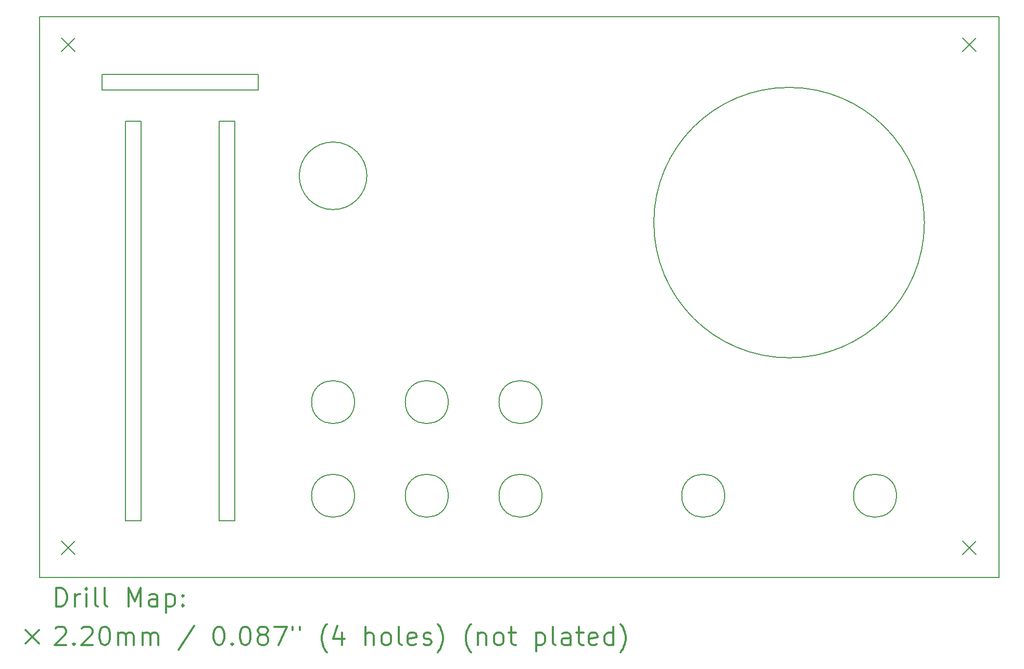
<source format=gbr>
%FSLAX45Y45*%
G04 Gerber Fmt 4.5, Leading zero omitted, Abs format (unit mm)*
G04 Created by KiCad (PCBNEW 5.0.0-fee4fd1~66~ubuntu18.04.1) date Fri Sep 21 23:05:34 2018*
%MOMM*%
%LPD*%
G01*
G04 APERTURE LIST*
%ADD10C,0.200000*%
%ADD11C,0.300000*%
G04 APERTURE END LIST*
D10*
X22829000Y-14224000D02*
G75*
G03X22829000Y-14224000I-350000J0D01*
G01*
X20035000Y-14224000D02*
G75*
G03X20035000Y-14224000I-350000J0D01*
G01*
X10287000Y-8128000D02*
X10287000Y-14628000D01*
X10541000Y-14628000D02*
X10541000Y-8128000D01*
X11811000Y-8128000D02*
X11811000Y-14628000D01*
X12065000Y-8128000D02*
X12065000Y-14628000D01*
X9906000Y-7366000D02*
X12446000Y-7366000D01*
X9906000Y-7620000D02*
X9906000Y-7366000D01*
X12446000Y-7620000D02*
X9906000Y-7620000D01*
X12446000Y-7366000D02*
X12446000Y-7620000D01*
X14215200Y-9017000D02*
G75*
G03X14215200Y-9017000I-550000J0D01*
G01*
X17063200Y-14224000D02*
G75*
G03X17063200Y-14224000I-350000J0D01*
G01*
X17063200Y-12700000D02*
G75*
G03X17063200Y-12700000I-350000J0D01*
G01*
X15539200Y-12700000D02*
G75*
G03X15539200Y-12700000I-350000J0D01*
G01*
X15539200Y-14224000D02*
G75*
G03X15539200Y-14224000I-350000J0D01*
G01*
X14015200Y-14224000D02*
G75*
G03X14015200Y-14224000I-350000J0D01*
G01*
X14015200Y-12700000D02*
G75*
G03X14015200Y-12700000I-350000J0D01*
G01*
X10287000Y-8128000D02*
X10541000Y-8128000D01*
X12065000Y-8128000D02*
X11811000Y-8128000D01*
X10541000Y-14628000D02*
X10287000Y-14628000D01*
X11811000Y-14628000D02*
X12065000Y-14628000D01*
X23282000Y-9779000D02*
G75*
G03X23282000Y-9779000I-2200000J0D01*
G01*
X8890000Y-6430000D02*
X8890000Y-15550000D01*
X24500000Y-6426200D02*
X8890000Y-6426200D01*
X24500000Y-15550000D02*
X24500000Y-6430000D01*
X8890000Y-15550000D02*
X24500000Y-15550000D01*
D10*
X23905700Y-14964900D02*
X24125700Y-15184900D01*
X24125700Y-14964900D02*
X23905700Y-15184900D01*
X9249900Y-6773400D02*
X9469900Y-6993400D01*
X9469900Y-6773400D02*
X9249900Y-6993400D01*
X9249900Y-14964900D02*
X9469900Y-15184900D01*
X9469900Y-14964900D02*
X9249900Y-15184900D01*
X23905700Y-6773400D02*
X24125700Y-6993400D01*
X24125700Y-6773400D02*
X23905700Y-6993400D01*
D11*
X9166428Y-16025714D02*
X9166428Y-15725714D01*
X9237857Y-15725714D01*
X9280714Y-15740000D01*
X9309286Y-15768571D01*
X9323571Y-15797143D01*
X9337857Y-15854286D01*
X9337857Y-15897143D01*
X9323571Y-15954286D01*
X9309286Y-15982857D01*
X9280714Y-16011429D01*
X9237857Y-16025714D01*
X9166428Y-16025714D01*
X9466428Y-16025714D02*
X9466428Y-15825714D01*
X9466428Y-15882857D02*
X9480714Y-15854286D01*
X9495000Y-15840000D01*
X9523571Y-15825714D01*
X9552143Y-15825714D01*
X9652143Y-16025714D02*
X9652143Y-15825714D01*
X9652143Y-15725714D02*
X9637857Y-15740000D01*
X9652143Y-15754286D01*
X9666428Y-15740000D01*
X9652143Y-15725714D01*
X9652143Y-15754286D01*
X9837857Y-16025714D02*
X9809286Y-16011429D01*
X9795000Y-15982857D01*
X9795000Y-15725714D01*
X9995000Y-16025714D02*
X9966428Y-16011429D01*
X9952143Y-15982857D01*
X9952143Y-15725714D01*
X10337857Y-16025714D02*
X10337857Y-15725714D01*
X10437857Y-15940000D01*
X10537857Y-15725714D01*
X10537857Y-16025714D01*
X10809286Y-16025714D02*
X10809286Y-15868571D01*
X10795000Y-15840000D01*
X10766428Y-15825714D01*
X10709286Y-15825714D01*
X10680714Y-15840000D01*
X10809286Y-16011429D02*
X10780714Y-16025714D01*
X10709286Y-16025714D01*
X10680714Y-16011429D01*
X10666428Y-15982857D01*
X10666428Y-15954286D01*
X10680714Y-15925714D01*
X10709286Y-15911429D01*
X10780714Y-15911429D01*
X10809286Y-15897143D01*
X10952143Y-15825714D02*
X10952143Y-16125714D01*
X10952143Y-15840000D02*
X10980714Y-15825714D01*
X11037857Y-15825714D01*
X11066428Y-15840000D01*
X11080714Y-15854286D01*
X11095000Y-15882857D01*
X11095000Y-15968571D01*
X11080714Y-15997143D01*
X11066428Y-16011429D01*
X11037857Y-16025714D01*
X10980714Y-16025714D01*
X10952143Y-16011429D01*
X11223571Y-15997143D02*
X11237857Y-16011429D01*
X11223571Y-16025714D01*
X11209286Y-16011429D01*
X11223571Y-15997143D01*
X11223571Y-16025714D01*
X11223571Y-15840000D02*
X11237857Y-15854286D01*
X11223571Y-15868571D01*
X11209286Y-15854286D01*
X11223571Y-15840000D01*
X11223571Y-15868571D01*
X8660000Y-16410000D02*
X8880000Y-16630000D01*
X8880000Y-16410000D02*
X8660000Y-16630000D01*
X9152143Y-16384286D02*
X9166428Y-16370000D01*
X9195000Y-16355714D01*
X9266428Y-16355714D01*
X9295000Y-16370000D01*
X9309286Y-16384286D01*
X9323571Y-16412857D01*
X9323571Y-16441429D01*
X9309286Y-16484286D01*
X9137857Y-16655714D01*
X9323571Y-16655714D01*
X9452143Y-16627143D02*
X9466428Y-16641429D01*
X9452143Y-16655714D01*
X9437857Y-16641429D01*
X9452143Y-16627143D01*
X9452143Y-16655714D01*
X9580714Y-16384286D02*
X9595000Y-16370000D01*
X9623571Y-16355714D01*
X9695000Y-16355714D01*
X9723571Y-16370000D01*
X9737857Y-16384286D01*
X9752143Y-16412857D01*
X9752143Y-16441429D01*
X9737857Y-16484286D01*
X9566428Y-16655714D01*
X9752143Y-16655714D01*
X9937857Y-16355714D02*
X9966428Y-16355714D01*
X9995000Y-16370000D01*
X10009286Y-16384286D01*
X10023571Y-16412857D01*
X10037857Y-16470000D01*
X10037857Y-16541429D01*
X10023571Y-16598571D01*
X10009286Y-16627143D01*
X9995000Y-16641429D01*
X9966428Y-16655714D01*
X9937857Y-16655714D01*
X9909286Y-16641429D01*
X9895000Y-16627143D01*
X9880714Y-16598571D01*
X9866428Y-16541429D01*
X9866428Y-16470000D01*
X9880714Y-16412857D01*
X9895000Y-16384286D01*
X9909286Y-16370000D01*
X9937857Y-16355714D01*
X10166428Y-16655714D02*
X10166428Y-16455714D01*
X10166428Y-16484286D02*
X10180714Y-16470000D01*
X10209286Y-16455714D01*
X10252143Y-16455714D01*
X10280714Y-16470000D01*
X10295000Y-16498571D01*
X10295000Y-16655714D01*
X10295000Y-16498571D02*
X10309286Y-16470000D01*
X10337857Y-16455714D01*
X10380714Y-16455714D01*
X10409286Y-16470000D01*
X10423571Y-16498571D01*
X10423571Y-16655714D01*
X10566428Y-16655714D02*
X10566428Y-16455714D01*
X10566428Y-16484286D02*
X10580714Y-16470000D01*
X10609286Y-16455714D01*
X10652143Y-16455714D01*
X10680714Y-16470000D01*
X10695000Y-16498571D01*
X10695000Y-16655714D01*
X10695000Y-16498571D02*
X10709286Y-16470000D01*
X10737857Y-16455714D01*
X10780714Y-16455714D01*
X10809286Y-16470000D01*
X10823571Y-16498571D01*
X10823571Y-16655714D01*
X11409286Y-16341429D02*
X11152143Y-16727143D01*
X11795000Y-16355714D02*
X11823571Y-16355714D01*
X11852143Y-16370000D01*
X11866428Y-16384286D01*
X11880714Y-16412857D01*
X11895000Y-16470000D01*
X11895000Y-16541429D01*
X11880714Y-16598571D01*
X11866428Y-16627143D01*
X11852143Y-16641429D01*
X11823571Y-16655714D01*
X11795000Y-16655714D01*
X11766428Y-16641429D01*
X11752143Y-16627143D01*
X11737857Y-16598571D01*
X11723571Y-16541429D01*
X11723571Y-16470000D01*
X11737857Y-16412857D01*
X11752143Y-16384286D01*
X11766428Y-16370000D01*
X11795000Y-16355714D01*
X12023571Y-16627143D02*
X12037857Y-16641429D01*
X12023571Y-16655714D01*
X12009286Y-16641429D01*
X12023571Y-16627143D01*
X12023571Y-16655714D01*
X12223571Y-16355714D02*
X12252143Y-16355714D01*
X12280714Y-16370000D01*
X12295000Y-16384286D01*
X12309286Y-16412857D01*
X12323571Y-16470000D01*
X12323571Y-16541429D01*
X12309286Y-16598571D01*
X12295000Y-16627143D01*
X12280714Y-16641429D01*
X12252143Y-16655714D01*
X12223571Y-16655714D01*
X12195000Y-16641429D01*
X12180714Y-16627143D01*
X12166428Y-16598571D01*
X12152143Y-16541429D01*
X12152143Y-16470000D01*
X12166428Y-16412857D01*
X12180714Y-16384286D01*
X12195000Y-16370000D01*
X12223571Y-16355714D01*
X12495000Y-16484286D02*
X12466428Y-16470000D01*
X12452143Y-16455714D01*
X12437857Y-16427143D01*
X12437857Y-16412857D01*
X12452143Y-16384286D01*
X12466428Y-16370000D01*
X12495000Y-16355714D01*
X12552143Y-16355714D01*
X12580714Y-16370000D01*
X12595000Y-16384286D01*
X12609286Y-16412857D01*
X12609286Y-16427143D01*
X12595000Y-16455714D01*
X12580714Y-16470000D01*
X12552143Y-16484286D01*
X12495000Y-16484286D01*
X12466428Y-16498571D01*
X12452143Y-16512857D01*
X12437857Y-16541429D01*
X12437857Y-16598571D01*
X12452143Y-16627143D01*
X12466428Y-16641429D01*
X12495000Y-16655714D01*
X12552143Y-16655714D01*
X12580714Y-16641429D01*
X12595000Y-16627143D01*
X12609286Y-16598571D01*
X12609286Y-16541429D01*
X12595000Y-16512857D01*
X12580714Y-16498571D01*
X12552143Y-16484286D01*
X12709286Y-16355714D02*
X12909286Y-16355714D01*
X12780714Y-16655714D01*
X13009286Y-16355714D02*
X13009286Y-16412857D01*
X13123571Y-16355714D02*
X13123571Y-16412857D01*
X13566428Y-16770000D02*
X13552143Y-16755714D01*
X13523571Y-16712857D01*
X13509286Y-16684286D01*
X13495000Y-16641429D01*
X13480714Y-16570000D01*
X13480714Y-16512857D01*
X13495000Y-16441429D01*
X13509286Y-16398571D01*
X13523571Y-16370000D01*
X13552143Y-16327143D01*
X13566428Y-16312857D01*
X13809286Y-16455714D02*
X13809286Y-16655714D01*
X13737857Y-16341429D02*
X13666428Y-16555714D01*
X13852143Y-16555714D01*
X14195000Y-16655714D02*
X14195000Y-16355714D01*
X14323571Y-16655714D02*
X14323571Y-16498571D01*
X14309286Y-16470000D01*
X14280714Y-16455714D01*
X14237857Y-16455714D01*
X14209286Y-16470000D01*
X14195000Y-16484286D01*
X14509286Y-16655714D02*
X14480714Y-16641429D01*
X14466428Y-16627143D01*
X14452143Y-16598571D01*
X14452143Y-16512857D01*
X14466428Y-16484286D01*
X14480714Y-16470000D01*
X14509286Y-16455714D01*
X14552143Y-16455714D01*
X14580714Y-16470000D01*
X14595000Y-16484286D01*
X14609286Y-16512857D01*
X14609286Y-16598571D01*
X14595000Y-16627143D01*
X14580714Y-16641429D01*
X14552143Y-16655714D01*
X14509286Y-16655714D01*
X14780714Y-16655714D02*
X14752143Y-16641429D01*
X14737857Y-16612857D01*
X14737857Y-16355714D01*
X15009286Y-16641429D02*
X14980714Y-16655714D01*
X14923571Y-16655714D01*
X14895000Y-16641429D01*
X14880714Y-16612857D01*
X14880714Y-16498571D01*
X14895000Y-16470000D01*
X14923571Y-16455714D01*
X14980714Y-16455714D01*
X15009286Y-16470000D01*
X15023571Y-16498571D01*
X15023571Y-16527143D01*
X14880714Y-16555714D01*
X15137857Y-16641429D02*
X15166428Y-16655714D01*
X15223571Y-16655714D01*
X15252143Y-16641429D01*
X15266428Y-16612857D01*
X15266428Y-16598571D01*
X15252143Y-16570000D01*
X15223571Y-16555714D01*
X15180714Y-16555714D01*
X15152143Y-16541429D01*
X15137857Y-16512857D01*
X15137857Y-16498571D01*
X15152143Y-16470000D01*
X15180714Y-16455714D01*
X15223571Y-16455714D01*
X15252143Y-16470000D01*
X15366428Y-16770000D02*
X15380714Y-16755714D01*
X15409286Y-16712857D01*
X15423571Y-16684286D01*
X15437857Y-16641429D01*
X15452143Y-16570000D01*
X15452143Y-16512857D01*
X15437857Y-16441429D01*
X15423571Y-16398571D01*
X15409286Y-16370000D01*
X15380714Y-16327143D01*
X15366428Y-16312857D01*
X15909286Y-16770000D02*
X15895000Y-16755714D01*
X15866428Y-16712857D01*
X15852143Y-16684286D01*
X15837857Y-16641429D01*
X15823571Y-16570000D01*
X15823571Y-16512857D01*
X15837857Y-16441429D01*
X15852143Y-16398571D01*
X15866428Y-16370000D01*
X15895000Y-16327143D01*
X15909286Y-16312857D01*
X16023571Y-16455714D02*
X16023571Y-16655714D01*
X16023571Y-16484286D02*
X16037857Y-16470000D01*
X16066428Y-16455714D01*
X16109286Y-16455714D01*
X16137857Y-16470000D01*
X16152143Y-16498571D01*
X16152143Y-16655714D01*
X16337857Y-16655714D02*
X16309286Y-16641429D01*
X16295000Y-16627143D01*
X16280714Y-16598571D01*
X16280714Y-16512857D01*
X16295000Y-16484286D01*
X16309286Y-16470000D01*
X16337857Y-16455714D01*
X16380714Y-16455714D01*
X16409286Y-16470000D01*
X16423571Y-16484286D01*
X16437857Y-16512857D01*
X16437857Y-16598571D01*
X16423571Y-16627143D01*
X16409286Y-16641429D01*
X16380714Y-16655714D01*
X16337857Y-16655714D01*
X16523571Y-16455714D02*
X16637857Y-16455714D01*
X16566428Y-16355714D02*
X16566428Y-16612857D01*
X16580714Y-16641429D01*
X16609286Y-16655714D01*
X16637857Y-16655714D01*
X16966428Y-16455714D02*
X16966428Y-16755714D01*
X16966428Y-16470000D02*
X16995000Y-16455714D01*
X17052143Y-16455714D01*
X17080714Y-16470000D01*
X17095000Y-16484286D01*
X17109286Y-16512857D01*
X17109286Y-16598571D01*
X17095000Y-16627143D01*
X17080714Y-16641429D01*
X17052143Y-16655714D01*
X16995000Y-16655714D01*
X16966428Y-16641429D01*
X17280714Y-16655714D02*
X17252143Y-16641429D01*
X17237857Y-16612857D01*
X17237857Y-16355714D01*
X17523571Y-16655714D02*
X17523571Y-16498571D01*
X17509286Y-16470000D01*
X17480714Y-16455714D01*
X17423571Y-16455714D01*
X17395000Y-16470000D01*
X17523571Y-16641429D02*
X17495000Y-16655714D01*
X17423571Y-16655714D01*
X17395000Y-16641429D01*
X17380714Y-16612857D01*
X17380714Y-16584286D01*
X17395000Y-16555714D01*
X17423571Y-16541429D01*
X17495000Y-16541429D01*
X17523571Y-16527143D01*
X17623571Y-16455714D02*
X17737857Y-16455714D01*
X17666428Y-16355714D02*
X17666428Y-16612857D01*
X17680714Y-16641429D01*
X17709286Y-16655714D01*
X17737857Y-16655714D01*
X17952143Y-16641429D02*
X17923571Y-16655714D01*
X17866428Y-16655714D01*
X17837857Y-16641429D01*
X17823571Y-16612857D01*
X17823571Y-16498571D01*
X17837857Y-16470000D01*
X17866428Y-16455714D01*
X17923571Y-16455714D01*
X17952143Y-16470000D01*
X17966428Y-16498571D01*
X17966428Y-16527143D01*
X17823571Y-16555714D01*
X18223571Y-16655714D02*
X18223571Y-16355714D01*
X18223571Y-16641429D02*
X18195000Y-16655714D01*
X18137857Y-16655714D01*
X18109286Y-16641429D01*
X18095000Y-16627143D01*
X18080714Y-16598571D01*
X18080714Y-16512857D01*
X18095000Y-16484286D01*
X18109286Y-16470000D01*
X18137857Y-16455714D01*
X18195000Y-16455714D01*
X18223571Y-16470000D01*
X18337857Y-16770000D02*
X18352143Y-16755714D01*
X18380714Y-16712857D01*
X18395000Y-16684286D01*
X18409286Y-16641429D01*
X18423571Y-16570000D01*
X18423571Y-16512857D01*
X18409286Y-16441429D01*
X18395000Y-16398571D01*
X18380714Y-16370000D01*
X18352143Y-16327143D01*
X18337857Y-16312857D01*
M02*

</source>
